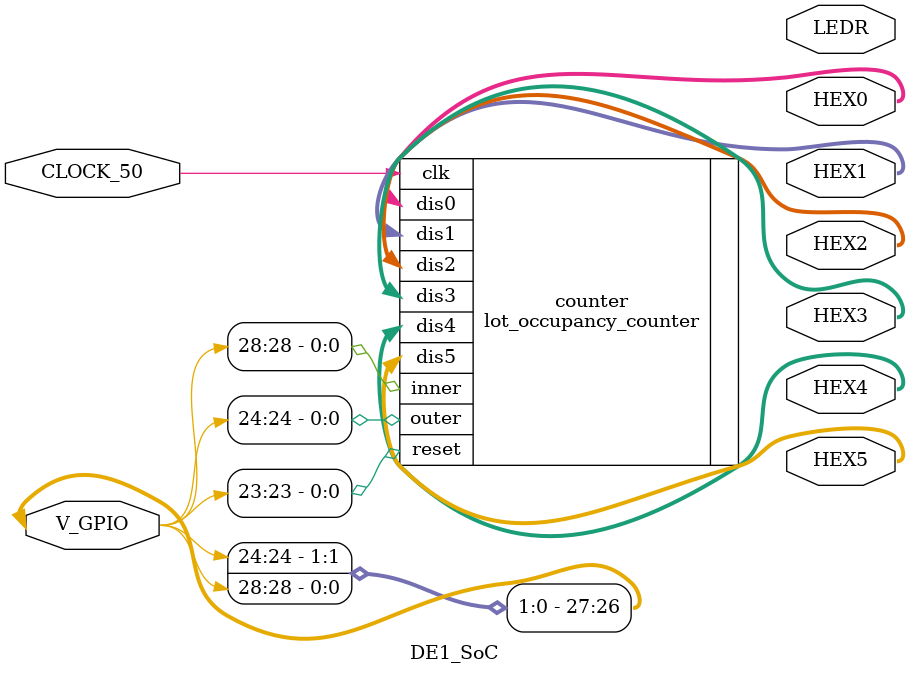
<source format=sv>


// This top level module simulates a parking lot counter, which uses two sensors 'outer' and
// 'inner' to detect whether cars enter or exit the parking lot, under the assumption that
// they do not change directions as they enter or exit the lot. 'inner' and 'outer' are simulated
// using switches connected to V_GPIO[28] and V_GPIO[24] respectively. A third switch controls reset,
// which is connected to V_GPIO[23]. The amount of cars present will be displayed on HEXs 0 through 5.
// Inputs are sampled on a clock 'CLOCK_50'


module DE1_SoC (CLOCK_50, HEX0, HEX1, HEX2, HEX3, HEX4, HEX5, LEDR, V_GPIO);

	input  logic		 CLOCK_50;	// 50MHz clock
	output logic [6:0] HEX0, HEX1, HEX2, HEX3, HEX4, HEX5;	// active low
	output logic [9:0] LEDR;
	inout  logic [35:0] V_GPIO;	// expansion header 0 (LabsLand board)
	
	// instantiates the lot_occupancy_counter module with the previously described connections to count and display
	// car count as cars enter and exit
	lot_occupancy_counter counter (.clk(CLOCK_50), .reset(V_GPIO[23]), .inner(V_GPIO[28]), .outer(V_GPIO[24]), 
											 .dis0(HEX0), .dis1(HEX1), .dis2(HEX2), .dis3(HEX3), .dis4(HEX4), .dis5(HEX5));
											 
	// logic assigning LEDS to inner and outer switches to keep track of inputs
	assign V_GPIO[27] = V_GPIO[24]; // outer
	assign V_GPIO[26] = V_GPIO[28]; // inner

endmodule  // DE1_SoC

</source>
